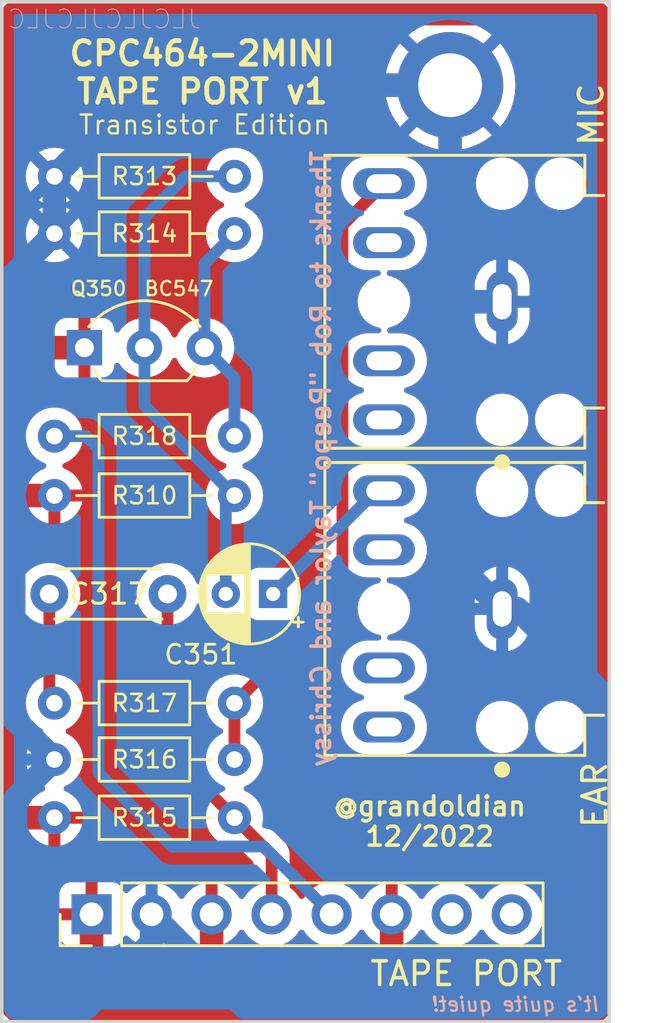
<source format=kicad_pcb>
(kicad_pcb (version 20211014) (generator pcbnew)
  (layers (0 "F.Cu" signal) (31 "B.Cu" signal) (34 "B.Paste" user) (35 "F.Paste" user) (36 "B.SilkS" user "B.Silkscreen") (37 "F.SilkS" user "F.Silkscreen") (38 "B.Mask" user) (39 "F.Mask" user) (44 "Edge.Cuts" user))
  (net 0 "")
  (net 1 "Net-(C317-Pad1)")
  (net 2 "DATAOUT")
  (net 3 "Net-(R310-Pad1)")
  (net 4 "DATAIN")
  (net 5 "+5V")
  (net 6 "GND")
  (net 7 "SOUND")
  (net 8 "MOTOR")
  (net 9 "Net-(Q350-Pad3)")
  (net 10 "MIC")
  (net 14 "EAR")
  (footprint "Resistor_THT:R_Axial_DIN0204_L3.6mm_D1.6mm_P7.62mm_Horizontal" (layer "F.Cu") (at 56.533 66.2686)
    (fp_text reference "R313" hide)
    (fp_text value "4K7" hide)
    (fp_text user "${REFERENCE}" (at 3.81 0) (layer "F.SilkS") (effects (font (size 0.72 0.72) (thickness 0.108))))
    (fp_line (start 1.89 0.92) (end 5.73 0.92) (layer "F.SilkS") (width 0.12))
    (fp_line (start 0.94 0) (end 1.89 0) (layer "F.SilkS") (width 0.12))
    (fp_line (start 6.68 0) (end 5.73 0) (layer "F.SilkS") (width 0.12))
    (fp_line (start 5.73 -0.92) (end 1.89 -0.92) (layer "F.SilkS") (width 0.12))
    (fp_line (start 1.89 -0.92) (end 1.89 0.92) (layer "F.SilkS") (width 0.12))
    (fp_line (start 5.73 0.92) (end 5.73 -0.92) (layer "F.SilkS") (width 0.12))
    (pad "1" thru_hole circle locked (at 0 0) (size 1.4 1.4) (drill 0.7) (layers *.Cu *.Mask) (net 6 "GND"))
    (pad "2" thru_hole oval locked (at 7.62 0) (size 1.4 1.4) (drill 0.7) (layers *.Cu *.Mask) (net 3 "Net-(R310-Pad1)"))
  )
  (footprint "Connector_PinHeader_2.54mm:PinHeader_1x08_P2.54mm_Vertical" (layer "F.Cu") (at 58.1048 97.5106 90)
    (fp_text reference "C353" hide)
    (fp_text value "TAPE PORT" (at -2.5146 15.86 180) (layer "F.SilkS"))
    (fp_line (start -1.33 -1.33) (end 0 -1.33) (layer "F.SilkS") (width 0.12))
    (fp_line (start -1.33 1.27) (end -1.33 19.11) (layer "F.SilkS") (width 0.12))
    (fp_line (start -1.33 1.27) (end 1.33 1.27) (layer "F.SilkS") (width 0.12))
    (fp_line (start -1.33 0) (end -1.33 -1.33) (layer "F.SilkS") (width 0.12))
    (fp_line (start -1.33 19.11) (end 1.33 19.11) (layer "F.SilkS") (width 0.12))
    (fp_line (start 1.33 1.27) (end 1.33 19.11) (layer "F.SilkS") (width 0.12))
    (pad "1" thru_hole rect locked (at 0 0 90) (size 1.7 1.7) (drill 1) (layers *.Cu *.Mask) (net 5 "+5V"))
    (pad "2" thru_hole oval locked (at 0 2.54 90) (size 1.7 1.7) (drill 1) (layers *.Cu *.Mask) (net 6 "GND"))
    (pad "3" thru_hole oval locked (at 0 5.08 90) (size 1.7 1.7) (drill 1) (layers *.Cu *.Mask) (net 5 "+5V"))
    (pad "4" thru_hole oval locked (at 0 7.62 90) (size 1.7 1.7) (drill 1) (layers *.Cu *.Mask) (net 2 "DATAOUT"))
    (pad "5" thru_hole oval locked (at 0 10.16 90) (size 1.7 1.7) (drill 1) (layers *.Cu *.Mask) (net 4 "DATAIN"))
    (pad "6" thru_hole oval locked (at 0 12.7 90) (size 1.7 1.7) (drill 1) (layers *.Cu *.Mask) (net 5 "+5V"))
    (pad "7" thru_hole oval locked (at 0 15.24 90) (size 1.7 1.7) (drill 1) (layers *.Cu *.Mask) (net 7 "SOUND"))
    (pad "8" thru_hole oval locked (at 0 17.78 90) (size 1.7 1.7) (drill 1) (layers *.Cu *.Mask) (net 8 "MOTOR"))
  )
  (footprint "Capacitor_THT:CP_Radial_D4.0mm_P2.00mm" (layer "F.Cu") (at 65.786 83.947 180)
    (fp_text reference "C351" hide)
    (fp_text value "47uF" hide)
    (fp_text user "${REFERENCE}" (at 3.0554 -2.5654) (layer "F.SilkS") (effects (font (size 0.8 0.8) (thickness 0.12))))
    (fp_line (start 2.881 -0.94) (end 2.881 0.94) (layer "F.SilkS") (width 0.12))
    (fp_line (start 1.921 -1.87) (end 1.921 -0.84) (layer "F.SilkS") (width 0.12))
    (fp_line (start 1.761 0.84) (end 1.761 1.94) (layer "F.SilkS") (width 0.12))
    (fp_line (start 2.281 0.84) (end 2.281 1.65) (layer "F.SilkS") (width 0.12))
    (fp_line (start 1.961 -1.851) (end 1.961 -0.84) (layer "F.SilkS") (width 0.12))
    (fp_line (start 2.161 0.84) (end 2.161 1.735) (layer "F.SilkS") (width 0.12))
    (fp_line (start -1.069801 -1.395) (end -1.069801 -0.995) (layer "F.SilkS") (width 0.12))
    (fp_line (start 2.001 -1.83) (end 2.001 -0.84) (layer "F.SilkS") (width 0.12))
    (fp_line (start 3.081 -0.37) (end 3.081 0.37) (layer "F.SilkS") (width 0.12))
    (fp_line (start -1.269801 -1.195) (end -0.869801 -1.195) (layer "F.SilkS") (width 0.12))
    (fp_line (start 1.44 -2.034) (end 1.44 -0.84) (layer "F.SilkS") (width 0.12))
    (fp_line (start 1.6 -1.994) (end 1.6 -0.84) (layer "F.SilkS") (width 0.12))
    (fp_line (start 2.561 -1.396) (end 2.561 -0.84) (layer "F.SilkS") (width 0.12))
    (fp_line (start 2.041 0.84) (end 2.041 1.808) (layer "F.SilkS") (width 0.12))
    (fp_line (start 2.521 0.84) (end 2.521 1.438) (layer "F.SilkS") (width 0.12))
    (fp_line (start 1.4 0.84) (end 1.4 2.042) (layer "F.SilkS") (width 0.12))
    (fp_line (start 1.68 0.84) (end 1.68 1.968) (layer "F.SilkS") (width 0.12))
    (fp_line (start 2.121 0.84) (end 2.121 1.76) (layer "F.SilkS") (width 0.12))
    (fp_line (start 1.04 -2.08) (end 1.04 2.08) (layer "F.SilkS") (width 0.12))
    (fp_line (start 1.36 -2.05) (end 1.36 -0.84) (layer "F.SilkS") (width 0.12))
    (fp_line (start 2.641 0.84) (end 2.641 1.304) (layer "F.SilkS") (width 0.12))
    (fp_line (start 2.721 0.84) (end 2.721 1.2) (layer "F.SilkS") (width 0.12))
    (fp_line (start 1.881 0.84) (end 1.881 1.889) (layer "F.SilkS") (width 0.12))
    (fp_line (start 2.241 -1.68) (end 2.241 -0.84) (layer "F.SilkS") (width 0.12))
    (fp_line (start 1.2 -2.071) (end 1.2 -0.84) (layer "F.SilkS") (width 0.12))
    (fp_line (start 1.801 -1.924) (end 1.801 -0.84) (layer "F.SilkS") (width 0.12))
    (fp_line (start 2.761 -1.142) (end 2.761 -0.84) (layer "F.SilkS") (width 0.12))
    (fp_line (start 1.4 -2.042) (end 1.4 -0.84) (layer "F.SilkS") (width 0.12))
    (fp_line (start 1.64 0.84) (end 1.64 1.982) (layer "F.SilkS") (width 0.12))
    (fp_line (start 2.601 -1.351) (end 2.601 -0.84) (layer "F.SilkS") (width 0.12))
    (fp_line (start 2.121 -1.76) (end 2.121 -0.84) (layer "F.SilkS") (width 0.12))
    (fp_line (start 1.841 -1.907) (end 1.841 -0.84) (layer "F.SilkS") (width 0.12))
    (fp_line (start 1.48 0.84) (end 1.48 2.025) (layer "F.SilkS") (width 0.12))
    (fp_line (start 2.681 -1.254) (end 2.681 -0.84) (layer "F.SilkS") (width 0.12))
    (fp_line (start 1.44 0.84) (end 1.44 2.034) (layer "F.SilkS") (width 0.12))
    (fp_line (start 2.441 -1.516) (end 2.441 -0.84) (layer "F.SilkS") (width 0.12))
    (fp_line (start 2.001 0.84) (end 2.001 1.83) (layer "F.SilkS") (width 0.12))
    (fp_line (start 2.681 0.84) (end 2.681 1.254) (layer "F.SilkS") (width 0.12))
    (fp_line (start 2.441 0.84) (end 2.441 1.516) (layer "F.SilkS") (width 0.12))
    (fp_line (start 1.2 0.84) (end 1.2 2.071) (layer "F.SilkS") (width 0.12))
    (fp_line (start 1.841 0.84) (end 1.841 1.907) (layer "F.SilkS") (width 0.12))
    (fp_line (start 1.52 -2.016) (end 1.52 -0.84) (layer "F.SilkS") (width 0.12))
    (fp_line (start 1.32 -2.056) (end 1.32 -0.84) (layer "F.SilkS") (width 0.12))
    (fp_line (start 1.48 -2.025) (end 1.48 -0.84) (layer "F.SilkS") (width 0.12))
    (fp_line (start 3.001 -0.664) (end 3.001 0.664) (layer "F.SilkS") (width 0.12))
    (fp_line (start 2.641 -1.304) (end 2.641 -0.84) (layer "F.SilkS") (width 0.12))
    (fp_line (start 1.6 0.84) (end 1.6 1.994) (layer "F.SilkS") (width 0.12))
    (fp_line (start 2.201 -1.708) (end 2.201 -0.84) (layer "F.SilkS") (width 0.12))
    (fp_line (start 2.721 -1.2) (end 2.721 -0.84) (layer "F.SilkS") (width 0.12))
    (fp_line (start 3.041 -0.537) (end 3.041 0.537) (layer "F.SilkS") (width 0.12))
    (fp_line (start 2.481 -1.478) (end 2.481 -0.84) (layer "F.SilkS") (width 0.12))
    (fp_line (start 1.24 0.84) (end 1.24 2.067) (layer "F.SilkS") (width 0.12))
    (fp_line (start 2.561 0.84) (end 2.561 1.396) (layer "F.SilkS") (width 0.12))
    (fp_line (start 1 -2.08) (end 1 2.08) (layer "F.SilkS") (width 0.12))
    (fp_line (start 2.281 -1.65) (end 2.281 -0.84) (layer "F.SilkS") (width 0.12))
    (fp_line (start 1.36 0.84) (end 1.36 2.05) (layer "F.SilkS") (width 0.12))
    (fp_line (start 1.881 -1.889) (end 1.881 -0.84) (layer "F.SilkS") (width 0.12))
    (fp_line (start 2.481 0.84) (end 2.481 1.478) (layer "F.SilkS") (width 0.12))
    (fp_line (start 2.041 -1.808) (end 2.041 -0.84) (layer "F.SilkS") (width 0.12))
    (fp_line (start 1.961 0.84) (end 1.961 1.851) (layer "F.SilkS") (width 0.12))
    (fp_line (start 2.161 -1.735) (end 2.161 -0.84) (layer "F.SilkS") (width 0.12))
    (fp_line (start 2.761 0.84) (end 2.761 1.142) (layer "F.SilkS") (width 0.12))
    (fp_line (start 1.32 0.84) (end 1.32 2.056) (layer "F.SilkS") (width 0.12))
    (fp_line (start 2.241 0.84) (end 2.241 1.68) (layer "F.SilkS") (width 0.12))
    (fp_line (start 1.16 -2.074) (end 1.16 2.074) (layer "F.SilkS") (width 0.12))
    (fp_line (start 2.081 -1.785) (end 2.081 -0.84) (layer "F.SilkS") (width 0.12))
    (fp_line (start 1.52 0.84) (end 1.52 2.016) (layer "F.SilkS") (width 0.12))
    (fp_line (start 1.64 -1.982) (end 1.64 -0.84) (layer "F.SilkS") (width 0.12))
    (fp_line (start 2.601 0.84) (end 2.601 1.351) (layer "F.SilkS") (width 0.12))
    (fp_line (start 1.801 0.84) (end 1.801 1.924) (layer "F.SilkS") (width 0.12))
    (fp_line (start 1.921 0.84) (end 1.921 1.87) (layer "F.SilkS") (width 0.12))
    (fp_line (start 1.12 -2.077) (end 1.12 2.077) (layer "F.SilkS") (width 0.12))
    (fp_line (start 1.68 -1.968) (end 1.68 -0.84) (layer "F.SilkS") (width 0.12))
    (fp_line (start 2.401 0.84) (end 2.401 1.552) (layer "F.SilkS") (width 0.12))
    (fp_line (start 1.24 -2.067) (end 1.24 -0.84) (layer "F.SilkS") (width 0.12))
    (fp_line (start 2.841 -1.013) (end 2.841 1.013) (layer "F.SilkS") (width 0.12))
    (fp_line (start 2.201 0.84) (end 2.201 1.708) (layer "F.SilkS") (width 0.12))
    (fp_line (start 2.081 0.84) (end 2.081 1.785) (layer "F.SilkS") (width 0.12))
    (fp_line (start 1.721 -1.954) (end 1.721 -0.84) (layer "F.SilkS") (width 0.12))
    (fp_line (start 1.08 -2.079) (end 1.08 2.079) (layer "F.SilkS") (width 0.12))
    (fp_line (start 1.761 -1.94) (end 1.761 -0.84) (layer "F.SilkS") (width 0.12))
    (fp_line (start 1.28 -2.062) (end 1.28 -0.84) (layer "F.SilkS") (width 0.12))
    (fp_line (start 2.801 0.84) (end 2.801 1.08) (layer "F.SilkS") (width 0.12))
    (fp_line (start 1.56 -2.005) (end 1.56 -0.84) (layer "F.SilkS") (width 0.12))
    (fp_line (start 2.961 -0.768) (end 2.961 0.768) (layer "F.SilkS") (width 0.12))
    (fp_line (start 2.921 -0.859) (end 2.921 0.859) (layer "F.SilkS") (width 0.12))
    (fp_line (start 2.401 -1.552) (end 2.401 -0.84) (layer "F.SilkS") (width 0.12))
    (fp_line (start 2.321 0.84) (end 2.321 1.619) (layer "F.SilkS") (width 0.12))
    (fp_line (start 2.321 -1.619) (end 2.321 -0.84) (layer "F.SilkS") (width 0.12))
    (fp_line (start 2.801 -1.08) (end 2.801 -0.84) (layer "F.SilkS") (width 0.12))
    (fp_line (start 1.28 0.84) (end 1.28 2.062) (layer "F.SilkS") (width 0.12))
    (fp_line (start 1.721 0.84) (end 1.721 1.954) (layer "F.SilkS") (width 0.12))
    (fp_line (start 1.56 0.84) (end 1.56 2.005) (layer "F.SilkS") (width 0.12))
    (fp_line (start 2.361 -1.587) (end 2.361 -0.84) (layer "F.SilkS") (width 0.12))
    (fp_line (start 2.361 0.84) (end 2.361 1.587) (layer "F.SilkS") (width 0.12))
    (fp_line (start 2.521 -1.438) (end 2.521 -0.84) (layer "F.SilkS") (width 0.12))
    (fp_circle (center 1 0) (end 3.12 0) (layer "F.SilkS") (width 0.12) (fill none))
    (pad "1" thru_hole rect locked (at 0 0 180) (size 1.2 1.2) (drill 0.6) (layers *.Cu *.Mask) (net 14 "EAR"))
    (pad "2" thru_hole circle locked (at 2 0 180) (size 1.2 1.2) (drill 0.6) (layers *.Cu *.Mask) (net 3 "Net-(R310-Pad1)"))
  )
  (footprint "CPC464-MINI:TO92_WIDE" (layer "F.Cu") (at 57.803 73.522471)
    (fp_text reference "Q350" (at 0.6 -2.5) (layer "F.SilkS") (effects (font (size 0.6 0.6) (thickness 0.1))))
    (fp_text value "BC547" (at 4 -2.5) (layer "F.SilkS") (effects (font (size 0.6 0.6) (thickness 0.1))))
    (fp_line (start 0.74 1.4) (end 4.34 1.4) (layer "F.SilkS") (width 0.12))
    (fp_arc (start 0.1836 -0.888542) (mid 1.239748 -1.700001) (end 2.54 -1.988542) (layer "F.SilkS") (width 0.12))
    (fp_arc (start 0.74 1.4) (mid 0.536085 1.145966) (end 0.4 0.85) (layer "F.SilkS") (width 0.12))
    (fp_arc (start 2.54 -1.988542) (mid 3.841884 -1.700037) (end 4.9 -0.888542) (layer "F.SilkS") (width 0.12))
    (fp_arc (start 4.7 0.8) (mid 4.559018 1.123411) (end 4.34 1.4) (layer "F.SilkS") (width 0.12))
    (pad "1" thru_hole rect (at 0 0) (size 1.5 1.5) (drill 0.8) (layers *.Cu *.Mask) (net 5 "+5V"))
    (pad "2" thru_hole circle (at 2.54 0) (size 1.5 1.5) (drill 0.8) (layers *.Cu *.Mask) (net 3 "Net-(R310-Pad1)"))
    (pad "3" thru_hole circle (at 5.08 0) (size 1.5 1.5) (drill 0.8) (layers *.Cu *.Mask) (net 9 "Net-(Q350-Pad3)"))
  )
  (footprint "MountingHole:MountingHole_2.7mm_M2.5_ISO14580_Pad" (layer "F.Cu") (at 73.279 62.4078)
    (fp_text reference "H5" hide)
    (fp_text value "MountingHole" hide)
    (pad "1" thru_hole circle locked (at 0 0) (size 4.5 4.5) (drill 2.7) (layers *.Cu *.Mask) (net 6 "GND"))
  )
  (footprint "Resistor_THT:R_Axial_DIN0204_L3.6mm_D1.6mm_P7.62mm_Horizontal" (layer "F.Cu") (at 56.533 77.2668)
    (fp_text reference "R318" hide)
    (fp_text value "2K2" hide)
    (fp_text user "${REFERENCE}" (at 3.81 0) (layer "F.SilkS") (effects (font (size 0.72 0.72) (thickness 0.108))))
    (fp_line (start 1.89 0.92) (end 5.73 0.92) (layer "F.SilkS") (width 0.12))
    (fp_line (start 5.73 -0.92) (end 1.89 -0.92) (layer "F.SilkS") (width 0.12))
    (fp_line (start 1.89 -0.92) (end 1.89 0.92) (layer "F.SilkS") (width 0.12))
    (fp_line (start 0.94 0) (end 1.89 0) (layer "F.SilkS") (width 0.12))
    (fp_line (start 6.68 0) (end 5.73 0) (layer "F.SilkS") (width 0.12))
    (fp_line (start 5.73 0.92) (end 5.73 -0.92) (layer "F.SilkS") (width 0.12))
    (pad "1" thru_hole circle (at 0 0) (size 1.4 1.4) (drill 0.7) (layers *.Cu *.Mask) (net 4 "DATAIN"))
    (pad "2" thru_hole oval (at 7.62 0) (size 1.4 1.4) (drill 0.7) (layers *.Cu *.Mask) (net 9 "Net-(Q350-Pad3)"))
  )
  (footprint "Resistor_THT:R_Axial_DIN0204_L3.6mm_D1.6mm_P7.62mm_Horizontal" (layer "F.Cu") (at 64.153 93.4212 180)
    (fp_text reference "R315" hide)
    (fp_text value "4K7" hide)
    (fp_text user "${REFERENCE}" (at 3.81 0) (layer "F.SilkS") (effects (font (size 0.72 0.72) (thickness 0.108))))
    (fp_line (start 6.68 0) (end 5.73 0) (layer "F.SilkS") (width 0.12))
    (fp_line (start 1.89 -0.92) (end 1.89 0.92) (layer "F.SilkS") (width 0.12))
    (fp_line (start 5.73 -0.92) (end 1.89 -0.92) (layer "F.SilkS") (width 0.12))
    (fp_line (start 5.73 0.92) (end 5.73 -0.92) (layer "F.SilkS") (width 0.12))
    (fp_line (start 1.89 0.92) (end 5.73 0.92) (layer "F.SilkS") (width 0.12))
    (fp_line (start 0.94 0) (end 1.89 0) (layer "F.SilkS") (width 0.12))
    (pad "1" thru_hole circle locked (at 0 0 180) (size 1.4 1.4) (drill 0.7) (layers *.Cu *.Mask) (net 2 "DATAOUT"))
    (pad "2" thru_hole oval locked (at 7.62 0 180) (size 1.4 1.4) (drill 0.7) (layers *.Cu *.Mask) (net 5 "+5V"))
  )
  (footprint "Resistor_THT:R_Axial_DIN0204_L3.6mm_D1.6mm_P7.62mm_Horizontal" (layer "F.Cu") (at 64.153 79.7814 180)
    (fp_text reference "R310" hide)
    (fp_text value "10K" hide)
    (fp_text user "${REFERENCE}" (at 3.81 0) (layer "F.SilkS") (effects (font (size 0.72 0.72) (thickness 0.108))))
    (fp_line (start 6.68 0) (end 5.73 0) (layer "F.SilkS") (width 0.12))
    (fp_line (start 5.73 -0.92) (end 1.89 -0.92) (layer "F.SilkS") (width 0.12))
    (fp_line (start 1.89 -0.92) (end 1.89 0.92) (layer "F.SilkS") (width 0.12))
    (fp_line (start 1.89 0.92) (end 5.73 0.92) (layer "F.SilkS") (width 0.12))
    (fp_line (start 5.73 0.92) (end 5.73 -0.92) (layer "F.SilkS") (width 0.12))
    (fp_line (start 0.94 0) (end 1.89 0) (layer "F.SilkS") (width 0.12))
    (pad "1" thru_hole circle locked (at 0 0 180) (size 1.4 1.4) (drill 0.7) (layers *.Cu *.Mask) (net 3 "Net-(R310-Pad1)"))
    (pad "2" thru_hole oval locked (at 7.62 0 180) (size 1.4 1.4) (drill 0.7) (layers *.Cu *.Mask) (net 5 "+5V"))
  )
  (footprint "Resistor_THT:R_Axial_DIN0204_L3.6mm_D1.6mm_P7.62mm_Horizontal" (layer "F.Cu") (at 64.153 90.9574 180)
    (fp_text reference "R316" hide)
    (fp_text value "1K" hide)
    (fp_text user "${REFERENCE}" (at 3.81 0) (layer "F.SilkS") (effects (font (size 0.72 0.72) (thickness 0.108))))
    (fp_line (start 1.89 0.92) (end 5.73 0.92) (layer "F.SilkS") (width 0.12))
    (fp_line (start 0.94 0) (end 1.89 0) (layer "F.SilkS") (width 0.12))
    (fp_line (start 5.73 -0.92) (end 1.89 -0.92) (layer "F.SilkS") (width 0.12))
    (fp_line (start 6.68 0) (end 5.73 0) (layer "F.SilkS") (width 0.12))
    (fp_line (start 5.73 0.92) (end 5.73 -0.92) (layer "F.SilkS") (width 0.12))
    (fp_line (start 1.89 -0.92) (end 1.89 0.92) (layer "F.SilkS") (width 0.12))
    (pad "1" thru_hole circle locked (at 0 0 180) (size 1.4 1.4) (drill 0.7) (layers *.Cu *.Mask) (net 10 "MIC"))
    (pad "2" thru_hole oval locked (at 7.62 0 180) (size 1.4 1.4) (drill 0.7) (layers *.Cu *.Mask) (net 6 "GND"))
  )
  (footprint "Capacitor_THT:C_Disc_D4.3mm_W1.9mm_P5.00mm" (layer "F.Cu") (at 56.319 83.947)
    (fp_text reference "C317" hide)
    (fp_text value "4.7nF" hide)
    (fp_text user "${REFERENCE}" (at 2.5 0) (layer "F.SilkS") (effects (font (size 0.86 0.86) (thickness 0.129))))
    (fp_line (start 4.77 -1.07) (end 4.77 -1.055) (layer "F.SilkS") (width 0.12))
    (fp_line (start 0.23 -1.07) (end 4.77 -1.07) (layer "F.SilkS") (width 0.12))
    (fp_line (start 4.77 1.055) (end 4.77 1.07) (layer "F.SilkS") (width 0.12))
    (fp_line (start 0.23 1.055) (end 0.23 1.07) (layer "F.SilkS") (width 0.12))
    (fp_line (start 0.23 1.07) (end 4.77 1.07) (layer "F.SilkS") (width 0.12))
    (fp_line (start 0.23 -1.07) (end 0.23 -1.055) (layer "F.SilkS") (width 0.12))
    (pad "1" thru_hole circle locked (at 0 0) (size 1.6 1.6) (drill 0.8) (layers *.Cu *.Mask) (net 1 "Net-(C317-Pad1)"))
    (pad "2" thru_hole circle locked (at 5 0) (size 1.6 1.6) (drill 0.8) (layers *.Cu *.Mask) (net 2 "DATAOUT"))
  )
  (footprint "Resistor_THT:R_Axial_DIN0204_L3.6mm_D1.6mm_P7.62mm_Horizontal" (layer "F.Cu") (at 56.533 88.5698)
    (fp_text reference "R317" hide)
    (fp_text value "470K" hide)
    (fp_text user "${REFERENCE}" (at 3.81 0) (layer "F.SilkS") (effects (font (size 0.72 0.72) (thickness 0.108))))
    (fp_line (start 0.94 0) (end 1.89 0) (layer "F.SilkS") (width 0.12))
    (fp_line (start 5.73 -0.92) (end 1.89 -0.92) (layer "F.SilkS") (width 0.12))
    (fp_line (start 1.89 -0.92) (end 1.89 0.92) (layer "F.SilkS") (width 0.12))
    (fp_line (start 1.89 0.92) (end 5.73 0.92) (layer "F.SilkS") (width 0.12))
    (fp_line (start 5.73 0.92) (end 5.73 -0.92) (layer "F.SilkS") (width 0.12))
    (fp_line (start 6.68 0) (end 5.73 0) (layer "F.SilkS") (width 0.12))
    (pad "1" thru_hole circle locked (at 0 0) (size 1.4 1.4) (drill 0.7) (layers *.Cu *.Mask) (net 1 "Net-(C317-Pad1)"))
    (pad "2" thru_hole oval locked (at 7.62 0) (size 1.4 1.4) (drill 0.7) (layers *.Cu *.Mask) (net 10 "MIC"))
  )
  (footprint "CPC464-MINI:STEREO" (layer "F.Cu") (at 75.4808 71.5772 180)
    (fp_text reference "J350" hide)
    (fp_text value "MIC" (at -3.7672 7.9248 90) (layer "F.SilkS") (effects (font (size 1.000307 1.000307))))
    (fp_line (start -3.5 -4.5) (end -4.3 -4.5) (layer "F.SilkS") (width 0.127))
    (fp_line (start -3.5 4.5) (end -3.5 6.2) (layer "F.SilkS") (width 0.127))
    (fp_line (start 7.5 -6.2) (end -3.5 -6.2) (layer "F.SilkS") (width 0.127))
    (fp_line (start 7.5 -6.2) (end 7.5 6.2) (layer "F.SilkS") (width 0.127))
    (fp_line (start -3.5 4.5) (end -4.3 4.5) (layer "F.SilkS") (width 0.127))
    (fp_line (start -3.5 -6.2) (end -3.5 -4.5) (layer "F.SilkS") (width 0.127))
    (fp_line (start 7.5 6.2) (end -3.5 6.2) (layer "F.SilkS") (width 0.127))
    (fp_circle (center 0 -6.8) (end 0.17 -6.8) (layer "F.SilkS") (width 0.34) (fill none))
    (pad "" np_thru_hole circle (at -2.5 -5 180) (size 1.2 1.2) (drill 1.2) (layers *.Cu *.Mask))
    (pad "" np_thru_hole circle (at 5 0 180) (size 1.2 1.2) (drill 1.2) (layers *.Cu *.Mask))
    (pad "" np_thru_hole circle (at 0 5 180) (size 1.2 1.2) (drill 1.2) (layers *.Cu *.Mask))
    (pad "" np_thru_hole circle (at 0 -5 180) (size 1.2 1.2) (drill 1.2) (layers *.Cu *.Mask))
    (pad "" np_thru_hole circle (at -2.5 5 180) (size 1.2 1.2) (drill 1.2) (layers *.Cu *.Mask))
    (pad "1" thru_hole oval (at 0 0 180) (size 1.308 2.616) (drill oval 0.8 1.5) (layers *.Cu *.Mask) (net 6 "GND"))
    (pad "2" thru_hole oval (at 5 5 180) (size 2.616 1.308) (drill oval 1.5 0.8) (layers *.Cu *.Mask) (net 10 "MIC"))
    (pad "3" thru_hole oval (at 5 -5 180) (size 2.616 1.308) (drill oval 1.5 0.8) (layers *.Cu *.Mask))
    (pad "10" thru_hole oval (at 5 2.5 180) (size 2.616 1.308) (drill oval 1.5 0.8) (layers *.Cu *.Mask))
    (pad "11" thru_hole oval (at 5 -2.5 180) (size 2.616 1.308) (drill oval 1.5 0.8) (layers *.Cu *.Mask))
  )
  (footprint "Resistor_THT:R_Axial_DIN0204_L3.6mm_D1.6mm_P7.62mm_Horizontal" (layer "F.Cu") (at 56.533 68.692129)
    (fp_text reference "R314" hide)
    (fp_text value "10K" hide)
    (fp_text user "${REFERENCE}" (at 3.81 0) (layer "F.SilkS") (effects (font (size 0.72 0.72) (thickness 0.108))))
    (fp_line (start 5.73 0.92) (end 5.73 -0.92) (layer "F.SilkS") (width 0.12))
    (fp_line (start 1.89 0.92) (end 5.73 0.92) (layer "F.SilkS") (width 0.12))
    (fp_line (start 5.73 -0.92) (end 1.89 -0.92) (layer "F.SilkS") (width 0.12))
    (fp_line (start 0.94 0) (end 1.89 0) (layer "F.SilkS") (width 0.12))
    (fp_line (start 1.89 -0.92) (end 1.89 0.92) (layer "F.SilkS") (width 0.12))
    (fp_line (start 6.68 0) (end 5.73 0) (layer "F.SilkS") (width 0.12))
    (pad "1" thru_hole circle (at 0 0) (size 1.4 1.4) (drill 0.7) (layers *.Cu *.Mask) (net 6 "GND"))
    (pad "2" thru_hole oval (at 7.62 0) (size 1.4 1.4) (drill 0.7) (layers *.Cu *.Mask) (net 9 "Net-(Q350-Pad3)"))
  )
  (footprint "CPC464-MINI:STEREO" (layer "F.Cu") (at 75.4808 84.582 180)
    (fp_text reference "J351" hide)
    (fp_text value "EAR" (at -3.9196 -7.874 90) (layer "F.SilkS") (effects (font (size 1.000307 1.000307))))
    (fp_line (start 7.5 6.2) (end -3.5 6.2) (layer "F.SilkS") (width 0.127))
    (fp_line (start 7.5 -6.2) (end -3.5 -6.2) (layer "F.SilkS") (width 0.127))
    (fp_line (start -3.5 -4.5) (end -4.3 -4.5) (layer "F.SilkS") (width 0.127))
    (fp_line (start -3.5 4.5) (end -4.3 4.5) (layer "F.SilkS") (width 0.127))
    (fp_line (start -3.5 4.5) (end -3.5 6.2) (layer "F.SilkS") (width 0.127))
    (fp_line (start -3.5 -6.2) (end -3.5 -4.5) (layer "F.SilkS") (width 0.127))
    (fp_line (start 7.5 -6.2) (end 7.5 6.2) (layer "F.SilkS") (width 0.127))
    (fp_circle (center 0 -6.8) (end 0.17 -6.8) (layer "F.SilkS") (width 0.34) (fill none))
    (pad "" np_thru_hole circle (at -2.5 5 180) (size 1.2 1.2) (drill 1.2) (layers *.Cu *.Mask))
    (pad "" np_thru_hole circle (at 5 0 180) (size 1.2 1.2) (drill 1.2) (layers *.Cu *.Mask))
    (pad "" np_thru_hole circle (at -2.5 -5 180) (size 1.2 1.2) (drill 1.2) (layers *.Cu *.Mask))
    (pad "" np_thru_hole circle (at 0 -5 180) (size 1.2 1.2) (drill 1.2) (layers *.Cu *.Mask))
    (pad "" np_thru_hole circle (at 0 5 180) (size 1.2 1.2) (drill 1.2) (layers *.Cu *.Mask))
    (pad "1" thru_hole oval (at 0 0 180) (size 1.308 2.616) (drill oval 0.8 1.5) (layers *.Cu *.Mask) (net 6 "GND"))
    (pad "2" thru_hole oval (at 5 5 180) (size 2.616 1.308) (drill oval 1.5 0.8) (layers *.Cu *.Mask) (net 14 "EAR"))
    (pad "3" thru_hole oval (at 5 -5 180) (size 2.616 1.308) (drill oval 1.5 0.8) (layers *.Cu *.Mask))
    (pad "10" thru_hole oval (at 5 2.5 180) (size 2.616 1.308) (drill oval 1.5 0.8) (layers *.Cu *.Mask))
    (pad "11" thru_hole oval (at 5 -2.5 180) (size 2.616 1.308) (drill oval 1.5 0.8) (layers *.Cu *.Mask))
  )
  (gr_rect (start 80.01 102.0572) (end 54.3052 58.8772) (layer "Edge.Cuts") (width 0.15) (fill none))
  (gr_text "It's quite quiet!" (at 76.073 101.3206) (layer "B.SilkS") (effects (font (size 0.6 0.6) (thickness 0.1) italic) (justify mirror)))
  (gr_text "Thanks to Rob {dblquote}Peepo{dblquote} Taylor and Chrissy" (at 67.818 78.232 90) (layer "B.SilkS") (effects (font (size 0.8 0.8)) (justify mirror)))
  (gr_text "JLCJLCJLCJLC" (at 58.6486 59.6138) (layer "B.SilkS") (effects (font (size 0.8 0.8) (thickness 0.0375)) (justify mirror)))
  (gr_text "@grandoldian\n12/2022" (at 72.4154 93.5736) (layer "F.SilkS") (effects (font (size 0.8 0.8))))
  (gr_text "CPC464-2MINI\nTAPE PORT v1" (at 62.7888 61.8744) (layer "F.SilkS") (effects (font (size 1 1) (thickness 0.2))))
  (gr_text "Transistor Edition" (at 62.8904 64.0842) (layer "F.SilkS") (effects (font (size 0.8 0.8) (thickness 0.1))))
  (segment (start 56.319 88.3558) (end 56.533 88.5698) (width 0.5) (layer "F.Cu") (net 1))
  (segment (start 56.319 83.947) (end 56.319 88.3558) (width 0.5) (layer "F.Cu") (net 1))
  (segment (start 65.7248 94.993) (end 64.153 93.4212) (width 0.5) (layer "F.Cu") (net 2))
  (segment (start 65.7248 97.5106) (end 65.7248 94.993) (width 0.5) (layer "F.Cu") (net 2))
  (segment (start 64.153 93.4212) (end 61.319 90.5872) (width 0.5) (layer "F.Cu") (net 2))
  (segment (start 61.319 90.5872) (end 61.319 83.947) (width 0.5) (layer "F.Cu") (net 2))
  (segment (start 63.786 80.1484) (end 64.153 79.7814) (width 0.5) (layer "B.Cu") (net 3))
  (segment (start 63.786 83.947) (end 63.786 80.1484) (width 0.5) (layer "B.Cu") (net 3))
  (segment (start 62.0776 66.2686) (end 60.343 68.0032) (width 0.5) (layer "B.Cu") (net 3))
  (segment (start 64.153 66.2686) (end 62.0776 66.2686) (width 0.5) (layer "B.Cu") (net 3))
  (segment (start 60.343 68.0032) (end 60.343 73.522471) (width 0.5) (layer "B.Cu") (net 3))
  (segment (start 60.343 75.9714) (end 64.153 79.7814) (width 0.5) (layer "B.Cu") (net 3))
  (segment (start 60.343 73.522471) (end 60.343 75.9714) (width 0.5) (layer "B.Cu") (net 3))
  (segment (start 57.8612 77.2668) (end 56.533 77.2668) (width 0.5) (layer "B.Cu") (net 4))
  (segment (start 58.3946 77.8002) (end 57.8612 77.2668) (width 0.5) (layer "B.Cu") (net 4))
  (segment (start 65.394567 94.640367) (end 61.518767 94.640367) (width 0.5) (layer "B.Cu") (net 4))
  (segment (start 68.2648 97.5106) (end 65.394567 94.640367) (width 0.5) (layer "B.Cu") (net 4))
  (segment (start 58.3946 91.5162) (end 58.3946 77.8002) (width 0.5) (layer "B.Cu") (net 4))
  (segment (start 61.518767 94.640367) (end 58.3946 91.5162) (width 0.5) (layer "B.Cu") (net 4))
  (segment (start 56.533 79.7814) (end 55.0926 79.7814) (width 1) (layer "F.Cu") (net 5))
  (segment (start 70.8048 101.5548) (end 70.8072 101.5572) (width 1) (layer "F.Cu") (net 5))
  (segment (start 56.533 93.4212) (end 54.8988 93.4212) (width 1) (layer "F.Cu") (net 5))
  (segment (start 70.8072 101.5572) (end 63.3302 101.5572) (width 1) (layer "F.Cu") (net 5))
  (segment (start 58.1048 101.5342) (end 58.0818 101.5572) (width 1) (layer "F.Cu") (net 5))
  (segment (start 79.51 101.5412) (end 79.494 101.5572) (width 1) (layer "F.Cu") (net 5))
  (segment (start 58.0818 101.5572) (end 54.9148 101.5572) (width 1) (layer "F.Cu") (net 5))
  (segment (start 54.8052 101.4476) (end 54.8052 93.3276) (width 1) (layer "F.Cu") (net 5))
  (segment (start 63.1848 97.5106) (end 63.1848 101.4118) (width 1) (layer "F.Cu") (net 5))
  (segment (start 63.1848 101.4118) (end 63.3302 101.5572) (width 1) (layer "F.Cu") (net 5))
  (segment (start 79.51 59.3772) (end 79.51 101.5412) (width 1) (layer "F.Cu") (net 5))
  (segment (start 54.8052 74.6506) (end 55.933329 73.522471) (width 1) (layer "F.Cu") (net 5))
  (segment (start 54.9148 101.5572) (end 54.8052 101.4476) (width 1) (layer "F.Cu") (net 5))
  (segment (start 54.8988 93.4212) (end 54.8052 93.3276) (width 1) (layer "F.Cu") (net 5))
  (segment (start 58.1048 97.5106) (end 58.1048 101.5342) (width 1) (layer "F.Cu") (net 5))
  (segment (start 63.3302 101.5572) (end 58.0818 101.5572) (width 1) (layer "F.Cu") (net 5))
  (segment (start 54.8052 80.0688) (end 54.8052 74.6506) (width 1) (layer "F.Cu") (net 5))
  (segment (start 54.8052 79.2226) (end 54.8052 59.3772) (width 1) (layer "F.Cu") (net 5))
  (segment (start 70.8048 97.5106) (end 70.8048 101.5548) (width 1) (layer "F.Cu") (net 5))
  (segment (start 54.8052 93.3276) (end 54.8052 80.0688) (width 1) (layer "F.Cu") (net 5))
  (segment (start 55.933329 73.522471) (end 57.803 73.522471) (width 1) (layer "F.Cu") (net 5))
  (segment (start 54.8052 59.3772) (end 79.51 59.3772) (width 1) (layer "F.Cu") (net 5))
  (segment (start 55.0926 79.7814) (end 54.8052 80.0688) (width 1) (layer "F.Cu") (net 5))
  (segment (start 79.494 101.5572) (end 70.8072 101.5572) (width 1) (layer "F.Cu") (net 5))
  (segment (start 75.4808 84.582) (end 76.1348 84.582) (width 1) (layer "B.Cu") (net 6))
  (segment (start 73.279 70.993) (end 73.8632 71.5772) (width 1) (layer "B.Cu") (net 6))
  (segment (start 54.8052 89.2296) (end 54.8052 70.419929) (width 1) (layer "B.Cu") (net 6))
  (segment (start 54.8894 92.601) (end 56.533 90.9574) (width 1) (layer "B.Cu") (net 6))
  (segment (start 73.279 70.993) (end 73.279 82.3802) (width 1) (layer "B.Cu") (net 6))
  (segment (start 54.8052 70.419929) (end 56.533 68.692129) (width 1) (layer "B.Cu") (net 6))
  (segment (start 73.279 62.4078) (end 73.279 70.993) (width 1) (layer "B.Cu") (net 6))
  (segment (start 64.5818 101.4476) (end 60.6448 97.5106) (width 1) (layer "B.Cu") (net 6))
  (segment (start 73.279 82.3802) (end 75.4808 84.582) (width 1) (layer "B.Cu") (net 6))
  (segment (start 56.533 66.2686) (end 60.3938 62.4078) (width 1) (layer "B.Cu") (net 6))
  (segment (start 79.51 87.9572) (end 79.51 101.4476) (width 1) (layer "B.Cu") (net 6))
  (segment (start 60.3938 62.4078) (end 73.279 62.4078) (width 1) (layer "B.Cu") (net 6))
  (segment (start 79.51 101.4476) (end 64.5818 101.4476) (width 1) (layer "B.Cu") (net 6))
  (segment (start 54.9148 101.473) (end 54.8894 101.4476) (width 1) (layer "B.Cu") (net 6))
  (segment (start 60.6448 98.712681) (end 57.884481 101.473) (width 1) (layer "B.Cu") (net 6))
  (segment (start 60.6448 97.5106) (end 60.6448 98.712681) (width 1) (layer "B.Cu") (net 6))
  (segment (start 57.884481 101.473) (end 54.9148 101.473) (width 1) (layer "B.Cu") (net 6))
  (segment (start 73.8632 71.5772) (end 75.4808 71.5772) (width 1) (layer "B.Cu") (net 6))
  (segment (start 76.1348 84.582) (end 79.51 87.9572) (width 1) (layer "B.Cu") (net 6))
  (segment (start 56.533 90.9574) (end 54.8052 89.2296) (width 1) (layer "B.Cu") (net 6))
  (segment (start 54.8894 101.4476) (end 54.8894 92.601) (width 1) (layer "B.Cu") (net 6))
  (segment (start 56.533 68.692129) (end 56.533 66.2686) (width 1) (layer "B.Cu") (net 6))
  (segment (start 64.153 74.792471) (end 62.883 73.522471) (width 0.5) (layer "B.Cu") (net 9))
  (segment (start 62.883 69.962129) (end 64.153 68.692129) (width 0.5) (layer "B.Cu") (net 9))
  (segment (start 64.153 77.2668) (end 64.153 74.792471) (width 0.5) (layer "B.Cu") (net 9))
  (segment (start 62.883 73.522471) (end 62.883 69.962129) (width 0.5) (layer "B.Cu") (net 9))
  (segment (start 64.153 88.5698) (end 68.7228 84) (width 0.5) (layer "F.Cu") (net 10))
  (segment (start 68.7228 68.3352) (end 70.4808 66.5772) (width 0.5) (layer "F.Cu") (net 10))
  (segment (start 64.153 88.5698) (end 64.153 90.9574) (width 0.5) (layer "F.Cu") (net 10))
  (segment (start 68.7228 84) (end 68.7228 68.3352) (width 0.5) (layer "F.Cu") (net 10))
  (segment (start 70.151 79.582) (end 70.4808 79.582) (width 0.5) (layer "B.Cu") (net 14))
  (segment (start 65.786 83.947) (end 70.151 79.582) (width 0.5) (layer "B.Cu") (net 14))
  (zone (net 5) (net_name "+5V") (layer "F.Cu") (connect_pads (clearance 0.508)) (min_thickness 0.254) (fill yes (thermal_gap 0.508) (thermal_bridge_width 0.508))
    (polygon (pts (xy 79.9846 102.0064) (xy 54.3052 102.0318) (xy 54.3306 58.9026) (xy 80.01 58.9026)))
  )
  (zone (net 6) (net_name "GND") (layer "B.Cu") (connect_pads (clearance 0.508)) (min_thickness 0.254) (fill yes (thermal_gap 0.508) (thermal_bridge_width 0.508))
    (polygon (pts (xy 79.9846 102.0318) (xy 54.3306 102.0318) (xy 54.3306 58.928) (xy 79.9846 58.9026)))
  )
)
</source>
